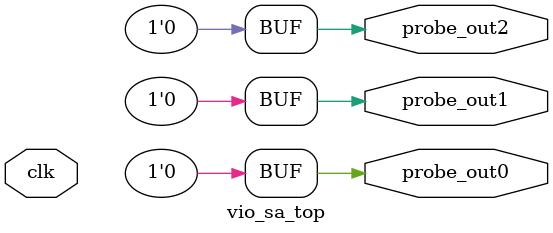
<source format=v>
`timescale 1ns / 1ps
module vio_sa_top (
clk,

probe_out0,
probe_out1,
probe_out2
);

input clk;

output reg [0 : 0] probe_out0 = 'h0 ;
output reg [0 : 0] probe_out1 = 'h0 ;
output reg [0 : 0] probe_out2 = 'h0 ;


endmodule

</source>
